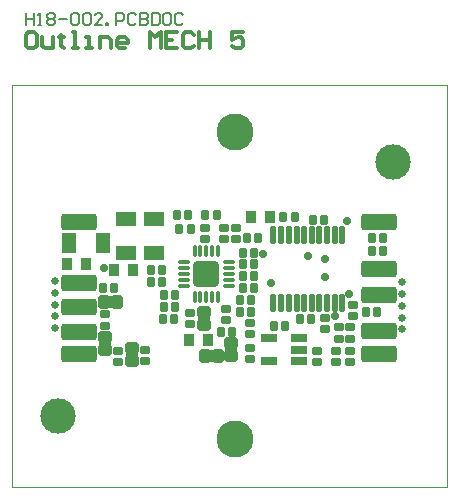
<source format=gts>
G04 Layer_Color=8388736*
%FSLAX42Y42*%
%MOMM*%
G71*
G01*
G75*
%ADD24C,0.30*%
%ADD26C,0.20*%
%ADD27C,0.10*%
G04:AMPARAMS|DCode=29|XSize=3mm|YSize=1.4mm|CornerRadius=0.21mm|HoleSize=0mm|Usage=FLASHONLY|Rotation=0.000|XOffset=0mm|YOffset=0mm|HoleType=Round|Shape=RoundedRectangle|*
%AMROUNDEDRECTD29*
21,1,3.00,0.98,0,0,0.0*
21,1,2.58,1.40,0,0,0.0*
1,1,0.42,1.29,-0.49*
1,1,0.42,-1.29,-0.49*
1,1,0.42,-1.29,0.49*
1,1,0.42,1.29,0.49*
%
%ADD29ROUNDEDRECTD29*%
G04:AMPARAMS|DCode=45|XSize=0.8mm|YSize=1mm|CornerRadius=0mm|HoleSize=0mm|Usage=FLASHONLY|Rotation=270.000|XOffset=0mm|YOffset=0mm|HoleType=Round|Shape=Octagon|*
%AMOCTAGOND45*
4,1,8,0.50,0.20,0.50,-0.20,0.30,-0.40,-0.30,-0.40,-0.50,-0.20,-0.50,0.20,-0.30,0.40,0.30,0.40,0.50,0.20,0.0*
%
%ADD45OCTAGOND45*%

G04:AMPARAMS|DCode=46|XSize=0.8mm|YSize=1mm|CornerRadius=0mm|HoleSize=0mm|Usage=FLASHONLY|Rotation=0.000|XOffset=0mm|YOffset=0mm|HoleType=Round|Shape=Octagon|*
%AMOCTAGOND46*
4,1,8,-0.20,0.50,0.20,0.50,0.40,0.30,0.40,-0.30,0.20,-0.50,-0.20,-0.50,-0.40,-0.30,-0.40,0.30,-0.20,0.50,0.0*
%
%ADD46OCTAGOND46*%

G04:AMPARAMS|DCode=47|XSize=1.49mm|YSize=0.54mm|CornerRadius=0.13mm|HoleSize=0mm|Usage=FLASHONLY|Rotation=270.000|XOffset=0mm|YOffset=0mm|HoleType=Round|Shape=RoundedRectangle|*
%AMROUNDEDRECTD47*
21,1,1.49,0.28,0,0,270.0*
21,1,1.23,0.54,0,0,270.0*
1,1,0.26,-0.14,-0.61*
1,1,0.26,-0.14,0.61*
1,1,0.26,0.14,0.61*
1,1,0.26,0.14,-0.61*
%
%ADD47ROUNDEDRECTD47*%
%ADD48R,1.36X0.76*%
%ADD49C,3.00*%
G04:AMPARAMS|DCode=50|XSize=0.94mm|YSize=1.14mm|CornerRadius=0.11mm|HoleSize=0mm|Usage=FLASHONLY|Rotation=270.000|XOffset=0mm|YOffset=0mm|HoleType=Round|Shape=RoundedRectangle|*
%AMROUNDEDRECTD50*
21,1,0.94,0.92,0,0,270.0*
21,1,0.72,1.14,0,0,270.0*
1,1,0.22,-0.46,-0.36*
1,1,0.22,-0.46,0.36*
1,1,0.22,0.46,0.36*
1,1,0.22,0.46,-0.36*
%
%ADD50ROUNDEDRECTD50*%
G04:AMPARAMS|DCode=51|XSize=2.24mm|YSize=2.24mm|CornerRadius=0.39mm|HoleSize=0mm|Usage=FLASHONLY|Rotation=0.000|XOffset=0mm|YOffset=0mm|HoleType=Round|Shape=RoundedRectangle|*
%AMROUNDEDRECTD51*
21,1,2.24,1.47,0,0,0.0*
21,1,1.47,2.24,0,0,0.0*
1,1,0.77,0.73,-0.73*
1,1,0.77,-0.73,-0.73*
1,1,0.77,-0.73,0.73*
1,1,0.77,0.73,0.73*
%
%ADD51ROUNDEDRECTD51*%
G04:AMPARAMS|DCode=52|XSize=0.39mm|YSize=1.04mm|CornerRadius=0.13mm|HoleSize=0mm|Usage=FLASHONLY|Rotation=90.000|XOffset=0mm|YOffset=0mm|HoleType=Round|Shape=RoundedRectangle|*
%AMROUNDEDRECTD52*
21,1,0.39,0.78,0,0,90.0*
21,1,0.13,1.04,0,0,90.0*
1,1,0.27,0.39,0.06*
1,1,0.27,0.39,-0.06*
1,1,0.27,-0.39,-0.06*
1,1,0.27,-0.39,0.06*
%
%ADD52ROUNDEDRECTD52*%
G04:AMPARAMS|DCode=53|XSize=0.39mm|YSize=1.04mm|CornerRadius=0.13mm|HoleSize=0mm|Usage=FLASHONLY|Rotation=0.000|XOffset=0mm|YOffset=0mm|HoleType=Round|Shape=RoundedRectangle|*
%AMROUNDEDRECTD53*
21,1,0.39,0.78,0,0,0.0*
21,1,0.13,1.04,0,0,0.0*
1,1,0.27,0.06,-0.39*
1,1,0.27,-0.06,-0.39*
1,1,0.27,-0.06,0.39*
1,1,0.27,0.06,0.39*
%
%ADD53ROUNDEDRECTD53*%
%ADD54R,1.19X1.74*%
%ADD55R,0.84X1.04*%
G04:AMPARAMS|DCode=56|XSize=0.71mm|YSize=0.79mm|CornerRadius=0.13mm|HoleSize=0mm|Usage=FLASHONLY|Rotation=0.000|XOffset=0mm|YOffset=0mm|HoleType=Round|Shape=RoundedRectangle|*
%AMROUNDEDRECTD56*
21,1,0.71,0.54,0,0,0.0*
21,1,0.46,0.79,0,0,0.0*
1,1,0.26,0.23,-0.27*
1,1,0.26,-0.23,-0.27*
1,1,0.26,-0.23,0.27*
1,1,0.26,0.23,0.27*
%
%ADD56ROUNDEDRECTD56*%
G04:AMPARAMS|DCode=57|XSize=0.71mm|YSize=0.79mm|CornerRadius=0.13mm|HoleSize=0mm|Usage=FLASHONLY|Rotation=90.000|XOffset=0mm|YOffset=0mm|HoleType=Round|Shape=RoundedRectangle|*
%AMROUNDEDRECTD57*
21,1,0.71,0.54,0,0,90.0*
21,1,0.46,0.79,0,0,90.0*
1,1,0.26,0.27,0.23*
1,1,0.26,0.27,-0.23*
1,1,0.26,-0.27,-0.23*
1,1,0.26,-0.27,0.23*
%
%ADD57ROUNDEDRECTD57*%
G04:AMPARAMS|DCode=58|XSize=0.94mm|YSize=1.14mm|CornerRadius=0.11mm|HoleSize=0mm|Usage=FLASHONLY|Rotation=0.000|XOffset=0mm|YOffset=0mm|HoleType=Round|Shape=RoundedRectangle|*
%AMROUNDEDRECTD58*
21,1,0.94,0.92,0,0,0.0*
21,1,0.72,1.14,0,0,0.0*
1,1,0.22,0.36,-0.46*
1,1,0.22,-0.36,-0.46*
1,1,0.22,-0.36,0.46*
1,1,0.22,0.36,0.46*
%
%ADD58ROUNDEDRECTD58*%
%ADD59R,1.74X1.19*%
%ADD60C,0.64*%
%ADD61C,3.14*%
%ADD62C,0.74*%
G54D24*
X-200Y2850D02*
X-247D01*
X-270Y2827D01*
Y2733D01*
X-247Y2710D01*
X-200D01*
X-177Y2733D01*
Y2827D01*
X-200Y2850D01*
X-130Y2803D02*
Y2733D01*
X-107Y2710D01*
X-37D01*
Y2803D01*
X33Y2827D02*
Y2803D01*
X10D01*
X57D01*
X33D01*
Y2733D01*
X57Y2710D01*
X127D02*
X173D01*
X150D01*
Y2850D01*
X127D01*
X243Y2710D02*
X290D01*
X266D01*
Y2803D01*
X243D01*
X360Y2710D02*
Y2803D01*
X430D01*
X453Y2780D01*
Y2710D01*
X570D02*
X523D01*
X500Y2733D01*
Y2780D01*
X523Y2803D01*
X570D01*
X593Y2780D01*
Y2757D01*
X500D01*
X780Y2710D02*
Y2850D01*
X826Y2803D01*
X873Y2850D01*
Y2710D01*
X1013Y2850D02*
X920D01*
Y2710D01*
X1013D01*
X920Y2780D02*
X966D01*
X1153Y2827D02*
X1130Y2850D01*
X1083D01*
X1060Y2827D01*
Y2733D01*
X1083Y2710D01*
X1130D01*
X1153Y2733D01*
X1200Y2850D02*
Y2710D01*
Y2780D01*
X1293D01*
Y2850D01*
Y2710D01*
X1573Y2850D02*
X1479D01*
Y2780D01*
X1526Y2803D01*
X1549D01*
X1573Y2780D01*
Y2733D01*
X1549Y2710D01*
X1503D01*
X1479Y2733D01*
G54D26*
X-270Y3010D02*
Y2910D01*
Y2960D01*
X-203D01*
Y3010D01*
Y2910D01*
X-170D02*
X-137D01*
X-153D01*
Y3010D01*
X-170Y2993D01*
X-87D02*
X-70Y3010D01*
X-37D01*
X-20Y2993D01*
Y2977D01*
X-37Y2960D01*
X-20Y2943D01*
Y2927D01*
X-37Y2910D01*
X-70D01*
X-87Y2927D01*
Y2943D01*
X-70Y2960D01*
X-87Y2977D01*
Y2993D01*
X-70Y2960D02*
X-37D01*
X13D02*
X80D01*
X113Y2993D02*
X130Y3010D01*
X163D01*
X180Y2993D01*
Y2927D01*
X163Y2910D01*
X130D01*
X113Y2927D01*
Y2993D01*
X213D02*
X230Y3010D01*
X263D01*
X280Y2993D01*
Y2927D01*
X263Y2910D01*
X230D01*
X213Y2927D01*
Y2993D01*
X380Y2910D02*
X313D01*
X380Y2977D01*
Y2993D01*
X363Y3010D01*
X330D01*
X313Y2993D01*
X413Y2910D02*
Y2927D01*
X430D01*
Y2910D01*
X413D01*
X496D02*
Y3010D01*
X546D01*
X563Y2993D01*
Y2960D01*
X546Y2943D01*
X496D01*
X663Y2993D02*
X646Y3010D01*
X613D01*
X596Y2993D01*
Y2927D01*
X613Y2910D01*
X646D01*
X663Y2927D01*
X696Y3010D02*
Y2910D01*
X746D01*
X763Y2927D01*
Y2943D01*
X746Y2960D01*
X696D01*
X746D01*
X763Y2977D01*
Y2993D01*
X746Y3010D01*
X696D01*
X796D02*
Y2910D01*
X846D01*
X863Y2927D01*
Y2993D01*
X846Y3010D01*
X796D01*
X946D02*
X913D01*
X896Y2993D01*
Y2927D01*
X913Y2910D01*
X946D01*
X963Y2927D01*
Y2993D01*
X946Y3010D01*
X1063Y2993D02*
X1046Y3010D01*
X1013D01*
X996Y2993D01*
Y2927D01*
X1013Y2910D01*
X1046D01*
X1063Y2927D01*
G54D27*
X-390Y2100D02*
Y2400D01*
X3300D01*
Y-1000D02*
Y2400D01*
X-390Y-1000D02*
Y2100D01*
Y-1000D02*
X610D01*
X3300D01*
G54D29*
X2720Y1240D02*
D03*
X180Y520D02*
D03*
Y1240D02*
D03*
Y720D02*
D03*
X2720Y620D02*
D03*
Y120D02*
D03*
X180Y310D02*
D03*
X2720Y320D02*
D03*
Y840D02*
D03*
X180Y120D02*
D03*
G54D45*
X1470Y160D02*
D03*
X1240Y420D02*
D03*
X628Y120D02*
D03*
X400Y210D02*
D03*
G54D46*
X450Y560D02*
D03*
X1300Y105D02*
D03*
G54D47*
X2412Y553D02*
D03*
X2348D02*
D03*
X2283D02*
D03*
X2217D02*
D03*
X2152D02*
D03*
X2088D02*
D03*
X2023D02*
D03*
X1958D02*
D03*
X1892D02*
D03*
X1827D02*
D03*
Y1127D02*
D03*
X1892D02*
D03*
X1958D02*
D03*
X2023D02*
D03*
X2088D02*
D03*
X2152D02*
D03*
X2217D02*
D03*
X2283D02*
D03*
X2348D02*
D03*
X2412D02*
D03*
G54D48*
X2047Y65D02*
D03*
Y255D02*
D03*
X1793Y65D02*
D03*
X2047Y160D02*
D03*
X1793Y255D02*
D03*
G54D49*
X0Y-400D02*
D03*
X2840Y1750D02*
D03*
G54D50*
X1470Y105D02*
D03*
Y215D02*
D03*
X1240Y475D02*
D03*
Y365D02*
D03*
X628Y175D02*
D03*
Y65D02*
D03*
X400Y265D02*
D03*
Y155D02*
D03*
G54D51*
X1260Y800D02*
D03*
G54D52*
X1068Y900D02*
D03*
Y850D02*
D03*
Y800D02*
D03*
Y750D02*
D03*
Y700D02*
D03*
X1452D02*
D03*
Y750D02*
D03*
Y800D02*
D03*
Y850D02*
D03*
Y900D02*
D03*
G54D53*
X1160Y607D02*
D03*
X1210D02*
D03*
X1260D02*
D03*
X1310D02*
D03*
X1360D02*
D03*
Y993D02*
D03*
X1310D02*
D03*
X1260D02*
D03*
X1210D02*
D03*
X1160D02*
D03*
G54D54*
X385Y1060D02*
D03*
X95D02*
D03*
G54D55*
X240Y880D02*
D03*
X80D02*
D03*
X1640Y1280D02*
D03*
X1800D02*
D03*
X1110Y240D02*
D03*
X1270D02*
D03*
X640Y830D02*
D03*
X480D02*
D03*
G54D56*
X1382Y310D02*
D03*
X1477D02*
D03*
X1638Y480D02*
D03*
X1543D02*
D03*
X2708D02*
D03*
X2612D02*
D03*
X1107Y1300D02*
D03*
X1012D02*
D03*
X1602Y1100D02*
D03*
X1698D02*
D03*
X1927Y360D02*
D03*
X1833D02*
D03*
X988Y420D02*
D03*
X893D02*
D03*
X2662Y1100D02*
D03*
X2758D02*
D03*
X2662Y990D02*
D03*
X2758D02*
D03*
X1573Y680D02*
D03*
X1667D02*
D03*
X1573Y780D02*
D03*
X1667D02*
D03*
X383Y680D02*
D03*
X478D02*
D03*
X1573Y880D02*
D03*
X1667D02*
D03*
X2008Y1280D02*
D03*
X1912D02*
D03*
X1573Y980D02*
D03*
X1667D02*
D03*
X1032Y1180D02*
D03*
X1127D02*
D03*
X2148Y420D02*
D03*
X2052D02*
D03*
X2162Y1260D02*
D03*
X2258D02*
D03*
X902Y520D02*
D03*
X998D02*
D03*
X902Y620D02*
D03*
X998D02*
D03*
X888Y830D02*
D03*
X793D02*
D03*
Y730D02*
D03*
X888D02*
D03*
X1252Y1300D02*
D03*
X1348D02*
D03*
X1638Y580D02*
D03*
X1543D02*
D03*
G54D57*
X740Y62D02*
D03*
Y158D02*
D03*
X2500Y540D02*
D03*
Y445D02*
D03*
X2200Y148D02*
D03*
Y52D02*
D03*
X2360D02*
D03*
Y148D02*
D03*
X1630Y177D02*
D03*
Y82D02*
D03*
X2380Y347D02*
D03*
Y253D02*
D03*
X1630Y388D02*
D03*
Y292D02*
D03*
X2480Y347D02*
D03*
Y253D02*
D03*
X2260Y428D02*
D03*
Y333D02*
D03*
X2480Y148D02*
D03*
Y52D02*
D03*
X1120Y372D02*
D03*
Y468D02*
D03*
X1410Y1093D02*
D03*
Y1188D02*
D03*
X1250Y1093D02*
D03*
Y1188D02*
D03*
X1510Y1093D02*
D03*
Y1188D02*
D03*
X400Y362D02*
D03*
Y457D02*
D03*
X1430Y412D02*
D03*
Y507D02*
D03*
X510Y52D02*
D03*
Y148D02*
D03*
G54D58*
X395Y560D02*
D03*
X505D02*
D03*
X1355Y105D02*
D03*
X1245D02*
D03*
G54D59*
X820Y1265D02*
D03*
Y975D02*
D03*
X580Y1265D02*
D03*
Y975D02*
D03*
G54D60*
X2920Y630D02*
D03*
Y730D02*
D03*
Y530D02*
D03*
Y430D02*
D03*
Y330D02*
D03*
X-20Y640D02*
D03*
Y740D02*
D03*
Y540D02*
D03*
Y440D02*
D03*
Y340D02*
D03*
G54D61*
X1500Y2000D02*
D03*
Y-600D02*
D03*
G54D62*
X1810Y720D02*
D03*
X2450Y1250D02*
D03*
X2350Y440D02*
D03*
X2470Y630D02*
D03*
X1740Y970D02*
D03*
X2120Y950D02*
D03*
X2260Y770D02*
D03*
Y930D02*
D03*
X390Y850D02*
D03*
M02*

</source>
